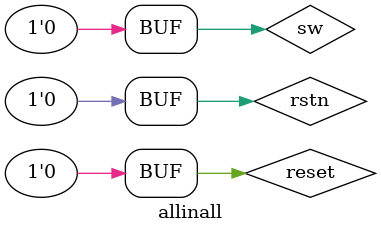
<source format=v>
`timescale 1ns / 1ps


module allinall;

	// Inputs
	reg clk;
	reg sw;
	reg rstn;
	reg reset;

	// Outputs
	wire SEGLED_CLK;
	wire SEGLED_DO;
	wire SEGLED_PEN;
	wire SEGLED_CLR;
	wire [11:0] rgb;
	wire vsync;
	wire hsync;

	// Bidirs
	wire [4:0] BTN_X;
	wire [3:0] BTN_Y;

	// Instantiate the Unit Under Test (UUT)
	top uut (
		.clk(clk), 
		.sw(sw), 
		.rstn(rstn), 
		.reset(reset), 
		.BTN_X(BTN_X), 
		.BTN_Y(BTN_Y), 
		.SEGLED_CLK(SEGLED_CLK), 
		.SEGLED_DO(SEGLED_DO), 
		.SEGLED_PEN(SEGLED_PEN), 
		.SEGLED_CLR(SEGLED_CLR), 
		.rgb(rgb), 
		.vsync(vsync), 
		.hsync(hsync)
	);
	
	always @(posedge clk)begin
		#10;
		clk=~clk;
	end
	initial begin
		// Initialize Inputs
		clk = 0;
		sw = 0;
		rstn = 0;
		reset = 0;

		// Wait 100 ns for global reset to finish
		#100;
        
		// Add stimulus here

	end
      
endmodule


</source>
